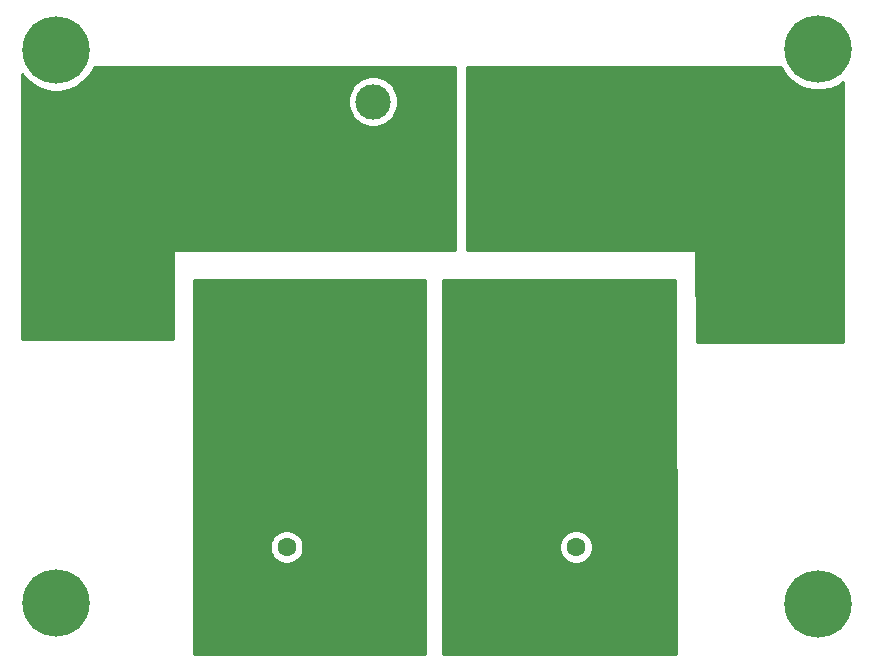
<source format=gtl>
G04 #@! TF.GenerationSoftware,KiCad,Pcbnew,5.1.10*
G04 #@! TF.CreationDate,2021-08-16T10:49:45+12:00*
G04 #@! TF.ProjectId,Output,4f757470-7574-42e6-9b69-6361645f7063,rev?*
G04 #@! TF.SameCoordinates,Original*
G04 #@! TF.FileFunction,Copper,L1,Top*
G04 #@! TF.FilePolarity,Positive*
%FSLAX46Y46*%
G04 Gerber Fmt 4.6, Leading zero omitted, Abs format (unit mm)*
G04 Created by KiCad (PCBNEW 5.1.10) date 2021-08-16 10:49:45*
%MOMM*%
%LPD*%
G01*
G04 APERTURE LIST*
G04 #@! TA.AperFunction,ComponentPad*
%ADD10C,2.000000*%
G04 #@! TD*
G04 #@! TA.AperFunction,ComponentPad*
%ADD11C,1.905000*%
G04 #@! TD*
G04 #@! TA.AperFunction,ComponentPad*
%ADD12C,5.700000*%
G04 #@! TD*
G04 #@! TA.AperFunction,ComponentPad*
%ADD13C,3.000000*%
G04 #@! TD*
G04 #@! TA.AperFunction,ComponentPad*
%ADD14R,3.000000X3.000000*%
G04 #@! TD*
G04 #@! TA.AperFunction,SMDPad,CuDef*
%ADD15C,2.000000*%
G04 #@! TD*
G04 #@! TA.AperFunction,ComponentPad*
%ADD16C,1.600000*%
G04 #@! TD*
G04 #@! TA.AperFunction,ComponentPad*
%ADD17R,1.600000X1.600000*%
G04 #@! TD*
G04 #@! TA.AperFunction,Conductor*
%ADD18C,0.254000*%
G04 #@! TD*
G04 #@! TA.AperFunction,Conductor*
%ADD19C,0.100000*%
G04 #@! TD*
G04 APERTURE END LIST*
D10*
X166450000Y-103800000D03*
X138950000Y-103800000D03*
D11*
X119888000Y-97282000D03*
X134112000Y-97282000D03*
X171138000Y-97650000D03*
X185362000Y-97650000D03*
D12*
X120500000Y-76440000D03*
D13*
X147320000Y-80772000D03*
X152400000Y-80772000D03*
D14*
X157480000Y-80772000D03*
D12*
X185000000Y-76350000D03*
D15*
X139700000Y-123698000D03*
X165100000Y-123698000D03*
D13*
X149860000Y-123444000D03*
D14*
X154940000Y-123444000D03*
D12*
X120500000Y-123240000D03*
X185000000Y-123290000D03*
D16*
X140000000Y-118500000D03*
D17*
X140000000Y-115000000D03*
D16*
X164500000Y-118500000D03*
D17*
X164500000Y-115000000D03*
D18*
X154305000Y-93345000D02*
X130500000Y-93345000D01*
X130475224Y-93347440D01*
X130451399Y-93354667D01*
X130429443Y-93366403D01*
X130410197Y-93382197D01*
X130394403Y-93401443D01*
X130382667Y-93423399D01*
X130375440Y-93447224D01*
X130373000Y-93472000D01*
X130373000Y-100873000D01*
X117627000Y-100873000D01*
X117627000Y-80561721D01*
X145185000Y-80561721D01*
X145185000Y-80982279D01*
X145267047Y-81394756D01*
X145427988Y-81783302D01*
X145661637Y-82132983D01*
X145959017Y-82430363D01*
X146308698Y-82664012D01*
X146697244Y-82824953D01*
X147109721Y-82907000D01*
X147530279Y-82907000D01*
X147942756Y-82824953D01*
X148331302Y-82664012D01*
X148680983Y-82430363D01*
X148978363Y-82132983D01*
X149212012Y-81783302D01*
X149372953Y-81394756D01*
X149455000Y-80982279D01*
X149455000Y-80561721D01*
X149372953Y-80149244D01*
X149212012Y-79760698D01*
X148978363Y-79411017D01*
X148680983Y-79113637D01*
X148331302Y-78879988D01*
X147942756Y-78719047D01*
X147530279Y-78637000D01*
X147109721Y-78637000D01*
X146697244Y-78719047D01*
X146308698Y-78879988D01*
X145959017Y-79113637D01*
X145661637Y-79411017D01*
X145427988Y-79760698D01*
X145267047Y-80149244D01*
X145185000Y-80561721D01*
X117627000Y-80561721D01*
X117627000Y-78413086D01*
X117793024Y-78661558D01*
X118278442Y-79146976D01*
X118849234Y-79528367D01*
X119483463Y-79791073D01*
X120156758Y-79925000D01*
X120843242Y-79925000D01*
X121516537Y-79791073D01*
X122150766Y-79528367D01*
X122721558Y-79146976D01*
X123206976Y-78661558D01*
X123588367Y-78090766D01*
X123687681Y-77851000D01*
X154305000Y-77851000D01*
X154305000Y-93345000D01*
G04 #@! TA.AperFunction,Conductor*
D19*
G36*
X154305000Y-93345000D02*
G01*
X130500000Y-93345000D01*
X130475224Y-93347440D01*
X130451399Y-93354667D01*
X130429443Y-93366403D01*
X130410197Y-93382197D01*
X130394403Y-93401443D01*
X130382667Y-93423399D01*
X130375440Y-93447224D01*
X130373000Y-93472000D01*
X130373000Y-100873000D01*
X117627000Y-100873000D01*
X117627000Y-80561721D01*
X145185000Y-80561721D01*
X145185000Y-80982279D01*
X145267047Y-81394756D01*
X145427988Y-81783302D01*
X145661637Y-82132983D01*
X145959017Y-82430363D01*
X146308698Y-82664012D01*
X146697244Y-82824953D01*
X147109721Y-82907000D01*
X147530279Y-82907000D01*
X147942756Y-82824953D01*
X148331302Y-82664012D01*
X148680983Y-82430363D01*
X148978363Y-82132983D01*
X149212012Y-81783302D01*
X149372953Y-81394756D01*
X149455000Y-80982279D01*
X149455000Y-80561721D01*
X149372953Y-80149244D01*
X149212012Y-79760698D01*
X148978363Y-79411017D01*
X148680983Y-79113637D01*
X148331302Y-78879988D01*
X147942756Y-78719047D01*
X147530279Y-78637000D01*
X147109721Y-78637000D01*
X146697244Y-78719047D01*
X146308698Y-78879988D01*
X145959017Y-79113637D01*
X145661637Y-79411017D01*
X145427988Y-79760698D01*
X145267047Y-80149244D01*
X145185000Y-80561721D01*
X117627000Y-80561721D01*
X117627000Y-78413086D01*
X117793024Y-78661558D01*
X118278442Y-79146976D01*
X118849234Y-79528367D01*
X119483463Y-79791073D01*
X120156758Y-79925000D01*
X120843242Y-79925000D01*
X121516537Y-79791073D01*
X122150766Y-79528367D01*
X122721558Y-79146976D01*
X123206976Y-78661558D01*
X123588367Y-78090766D01*
X123687681Y-77851000D01*
X154305000Y-77851000D01*
X154305000Y-93345000D01*
G37*
G04 #@! TD.AperFunction*
D18*
X181911633Y-78000766D02*
X182293024Y-78571558D01*
X182778442Y-79056976D01*
X183349234Y-79438367D01*
X183983463Y-79701073D01*
X184656758Y-79835000D01*
X185343242Y-79835000D01*
X186016537Y-79701073D01*
X186650766Y-79438367D01*
X187077684Y-79153109D01*
X187147596Y-101110261D01*
X174750783Y-101135741D01*
X174676994Y-93454780D01*
X174674316Y-93430028D01*
X174666860Y-93406274D01*
X174654914Y-93384431D01*
X174638936Y-93365339D01*
X174619540Y-93349730D01*
X174597471Y-93338206D01*
X174573579Y-93331208D01*
X174549895Y-93329000D01*
X155321000Y-93344895D01*
X155321000Y-77850834D01*
X181835117Y-77816040D01*
X181911633Y-78000766D01*
G04 #@! TA.AperFunction,Conductor*
D19*
G36*
X181911633Y-78000766D02*
G01*
X182293024Y-78571558D01*
X182778442Y-79056976D01*
X183349234Y-79438367D01*
X183983463Y-79701073D01*
X184656758Y-79835000D01*
X185343242Y-79835000D01*
X186016537Y-79701073D01*
X186650766Y-79438367D01*
X187077684Y-79153109D01*
X187147596Y-101110261D01*
X174750783Y-101135741D01*
X174676994Y-93454780D01*
X174674316Y-93430028D01*
X174666860Y-93406274D01*
X174654914Y-93384431D01*
X174638936Y-93365339D01*
X174619540Y-93349730D01*
X174597471Y-93338206D01*
X174573579Y-93331208D01*
X174549895Y-93329000D01*
X155321000Y-93344895D01*
X155321000Y-77850834D01*
X181835117Y-77816040D01*
X181911633Y-78000766D01*
G37*
G04 #@! TD.AperFunction*
D18*
X151765000Y-127590000D02*
X132127000Y-127590000D01*
X132127000Y-118358665D01*
X138565000Y-118358665D01*
X138565000Y-118641335D01*
X138620147Y-118918574D01*
X138728320Y-119179727D01*
X138885363Y-119414759D01*
X139085241Y-119614637D01*
X139320273Y-119771680D01*
X139581426Y-119879853D01*
X139858665Y-119935000D01*
X140141335Y-119935000D01*
X140418574Y-119879853D01*
X140679727Y-119771680D01*
X140914759Y-119614637D01*
X141114637Y-119414759D01*
X141271680Y-119179727D01*
X141379853Y-118918574D01*
X141435000Y-118641335D01*
X141435000Y-118358665D01*
X141379853Y-118081426D01*
X141271680Y-117820273D01*
X141114637Y-117585241D01*
X140914759Y-117385363D01*
X140679727Y-117228320D01*
X140418574Y-117120147D01*
X140141335Y-117065000D01*
X139858665Y-117065000D01*
X139581426Y-117120147D01*
X139320273Y-117228320D01*
X139085241Y-117385363D01*
X138885363Y-117585241D01*
X138728320Y-117820273D01*
X138620147Y-118081426D01*
X138565000Y-118358665D01*
X132127000Y-118358665D01*
X132127000Y-95885000D01*
X151765000Y-95885000D01*
X151765000Y-127590000D01*
G04 #@! TA.AperFunction,Conductor*
D19*
G36*
X151765000Y-127590000D02*
G01*
X132127000Y-127590000D01*
X132127000Y-118358665D01*
X138565000Y-118358665D01*
X138565000Y-118641335D01*
X138620147Y-118918574D01*
X138728320Y-119179727D01*
X138885363Y-119414759D01*
X139085241Y-119614637D01*
X139320273Y-119771680D01*
X139581426Y-119879853D01*
X139858665Y-119935000D01*
X140141335Y-119935000D01*
X140418574Y-119879853D01*
X140679727Y-119771680D01*
X140914759Y-119614637D01*
X141114637Y-119414759D01*
X141271680Y-119179727D01*
X141379853Y-118918574D01*
X141435000Y-118641335D01*
X141435000Y-118358665D01*
X141379853Y-118081426D01*
X141271680Y-117820273D01*
X141114637Y-117585241D01*
X140914759Y-117385363D01*
X140679727Y-117228320D01*
X140418574Y-117120147D01*
X140141335Y-117065000D01*
X139858665Y-117065000D01*
X139581426Y-117120147D01*
X139320273Y-117228320D01*
X139085241Y-117385363D01*
X138885363Y-117585241D01*
X138728320Y-117820273D01*
X138620147Y-118081426D01*
X138565000Y-118358665D01*
X132127000Y-118358665D01*
X132127000Y-95885000D01*
X151765000Y-95885000D01*
X151765000Y-127590000D01*
G37*
G04 #@! TD.AperFunction*
D18*
X172971406Y-127590000D02*
X153289000Y-127590000D01*
X153289000Y-118358665D01*
X163065000Y-118358665D01*
X163065000Y-118641335D01*
X163120147Y-118918574D01*
X163228320Y-119179727D01*
X163385363Y-119414759D01*
X163585241Y-119614637D01*
X163820273Y-119771680D01*
X164081426Y-119879853D01*
X164358665Y-119935000D01*
X164641335Y-119935000D01*
X164918574Y-119879853D01*
X165179727Y-119771680D01*
X165414759Y-119614637D01*
X165614637Y-119414759D01*
X165771680Y-119179727D01*
X165879853Y-118918574D01*
X165935000Y-118641335D01*
X165935000Y-118358665D01*
X165879853Y-118081426D01*
X165771680Y-117820273D01*
X165614637Y-117585241D01*
X165414759Y-117385363D01*
X165179727Y-117228320D01*
X164918574Y-117120147D01*
X164641335Y-117065000D01*
X164358665Y-117065000D01*
X164081426Y-117120147D01*
X163820273Y-117228320D01*
X163585241Y-117385363D01*
X163385363Y-117585241D01*
X163228320Y-117820273D01*
X163120147Y-118081426D01*
X163065000Y-118358665D01*
X153289000Y-118358665D01*
X153289000Y-95884949D01*
X172873392Y-95877051D01*
X172971406Y-127590000D01*
G04 #@! TA.AperFunction,Conductor*
D19*
G36*
X172971406Y-127590000D02*
G01*
X153289000Y-127590000D01*
X153289000Y-118358665D01*
X163065000Y-118358665D01*
X163065000Y-118641335D01*
X163120147Y-118918574D01*
X163228320Y-119179727D01*
X163385363Y-119414759D01*
X163585241Y-119614637D01*
X163820273Y-119771680D01*
X164081426Y-119879853D01*
X164358665Y-119935000D01*
X164641335Y-119935000D01*
X164918574Y-119879853D01*
X165179727Y-119771680D01*
X165414759Y-119614637D01*
X165614637Y-119414759D01*
X165771680Y-119179727D01*
X165879853Y-118918574D01*
X165935000Y-118641335D01*
X165935000Y-118358665D01*
X165879853Y-118081426D01*
X165771680Y-117820273D01*
X165614637Y-117585241D01*
X165414759Y-117385363D01*
X165179727Y-117228320D01*
X164918574Y-117120147D01*
X164641335Y-117065000D01*
X164358665Y-117065000D01*
X164081426Y-117120147D01*
X163820273Y-117228320D01*
X163585241Y-117385363D01*
X163385363Y-117585241D01*
X163228320Y-117820273D01*
X163120147Y-118081426D01*
X163065000Y-118358665D01*
X153289000Y-118358665D01*
X153289000Y-95884949D01*
X172873392Y-95877051D01*
X172971406Y-127590000D01*
G37*
G04 #@! TD.AperFunction*
M02*

</source>
